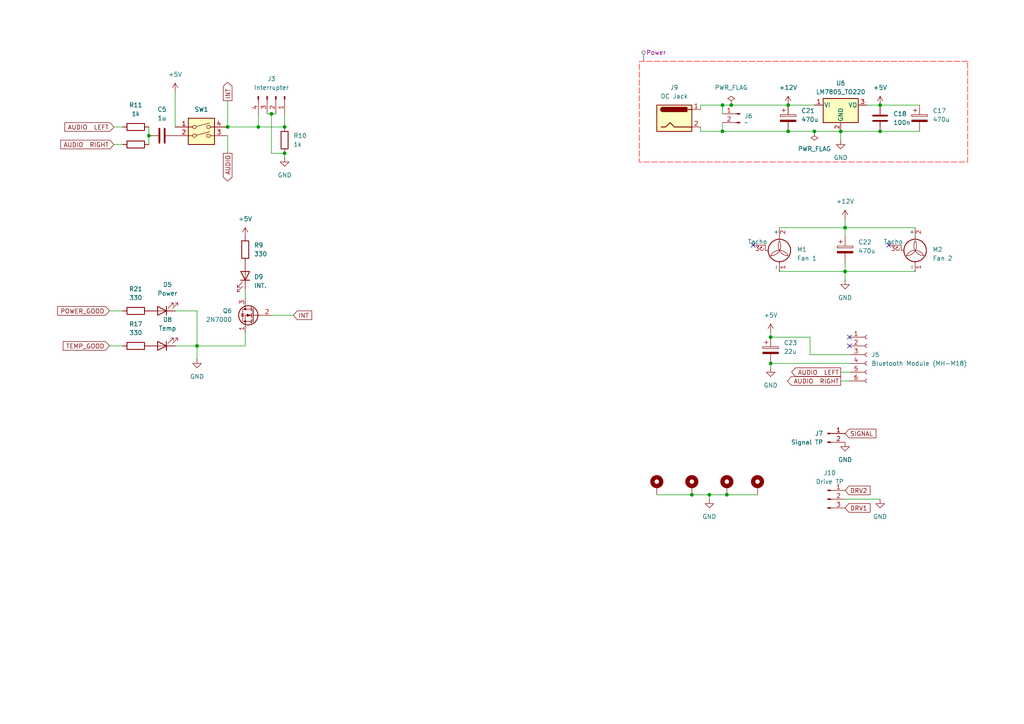
<source format=kicad_sch>
(kicad_sch (version 20250114) (generator "eeschema") (generator_version "9.0")
  (paper "A4")
  (title_block (title "HNaderi's PLL SSTC") (rev "3.1") (company "hnaderi.dev"))
  (lib_symbols
    (symbol "Connector:Conn_01x02_Pin" (pin_names (offset 1.016) (hide yes))
      (property "Reference" "J" (at 0 2.54 0))
      (property "Value" "Conn_01x02_Pin" (at 0 -5.08 0))
      (symbol "Conn_01x02_Pin_1_1"
        (rectangle (start 0.8636 0.127) (end 0 -0.127) (stroke (width 0.1524)) (fill (type outline)))
        (rectangle (start 0.8636 -2.413) (end 0 -2.667) (stroke (width 0.1524)) (fill (type outline)))
        (polyline (pts (xy 1.27 0) (xy 0.8636 0)) (stroke (width 0.1524)))
        (polyline (pts (xy 1.27 -2.54) (xy 0.8636 -2.54)) (stroke (width 0.1524)))
        (pin passive line (at 5.08 0 180) (length 3.81) (name "Pin_1") (number "1"))
        (pin passive line (at 5.08 -2.54 180) (length 3.81) (name "Pin_2") (number "2"))
      )
    )
    (symbol "Connector:Conn_01x03_Pin" (pin_names (offset 1.016) (hide yes))
      (property "Reference" "J" (at 0 5.08 0))
      (property "Value" "Conn_01x03_Pin" (at 0 -5.08 0))
      (symbol "Conn_01x03_Pin_1_1"
        (rectangle (start 0.8636 2.667) (end 0 2.413) (stroke (width 0.1524)) (fill (type outline)))
        (rectangle (start 0.8636 0.127) (end 0 -0.127) (stroke (width 0.1524)) (fill (type outline)))
        (rectangle (start 0.8636 -2.413) (end 0 -2.667) (stroke (width 0.1524)) (fill (type outline)))
        (polyline (pts (xy 1.27 2.54) (xy 0.8636 2.54)) (stroke (width 0.1524)))
        (polyline (pts (xy 1.27 0) (xy 0.8636 0)) (stroke (width 0.1524)))
        (polyline (pts (xy 1.27 -2.54) (xy 0.8636 -2.54)) (stroke (width 0.1524)))
        (pin passive line (at 5.08 2.54 180) (length 3.81) (name "Pin_1") (number "1"))
        (pin passive line (at 5.08 0 180) (length 3.81) (name "Pin_2") (number "2"))
        (pin passive line (at 5.08 -2.54 180) (length 3.81) (name "Pin_3") (number "3"))
      )
    )
    (symbol "Connector:Conn_01x04_Pin" (pin_names (offset 1.016) (hide yes))
      (property "Reference" "J" (at 0 5.08 0))
      (property "Value" "Conn_01x04_Pin" (at 0 -7.62 0))
      (symbol "Conn_01x04_Pin_1_1"
        (rectangle (start 0.8636 2.667) (end 0 2.413) (stroke (width 0.1524)) (fill (type outline)))
        (rectangle (start 0.8636 0.127) (end 0 -0.127) (stroke (width 0.1524)) (fill (type outline)))
        (rectangle (start 0.8636 -2.413) (end 0 -2.667) (stroke (width 0.1524)) (fill (type outline)))
        (rectangle (start 0.8636 -4.953) (end 0 -5.207) (stroke (width 0.1524)) (fill (type outline)))
        (polyline (pts (xy 1.27 2.54) (xy 0.8636 2.54)) (stroke (width 0.1524)))
        (polyline (pts (xy 1.27 0) (xy 0.8636 0)) (stroke (width 0.1524)))
        (polyline (pts (xy 1.27 -2.54) (xy 0.8636 -2.54)) (stroke (width 0.1524)))
        (polyline (pts (xy 1.27 -5.08) (xy 0.8636 -5.08)) (stroke (width 0.1524)))
        (pin passive line (at 5.08 2.54 180) (length 3.81) (name "Pin_1") (number "1"))
        (pin passive line (at 5.08 0 180) (length 3.81) (name "Pin_2") (number "2"))
        (pin passive line (at 5.08 -2.54 180) (length 3.81) (name "Pin_3") (number "3"))
        (pin passive line (at 5.08 -5.08 180) (length 3.81) (name "Pin_4") (number "4"))
      )
    )
    (symbol "Connector:Conn_01x06_Socket" (pin_names (offset 1.016) (hide yes))
      (property "Reference" "J" (at 0 7.62 0))
      (property "Value" "Conn_01x06_Socket" (at 0 -10.16 0))
      (symbol "Conn_01x06_Socket_1_1"
        (polyline (pts (xy -1.27 5.08) (xy -0.508 5.08)) (stroke (width 0.1524)))
        (polyline (pts (xy -1.27 2.54) (xy -0.508 2.54)) (stroke (width 0.1524)))
        (polyline (pts (xy -1.27 0) (xy -0.508 0)) (stroke (width 0.1524)))
        (polyline (pts (xy -1.27 -2.54) (xy -0.508 -2.54)) (stroke (width 0.1524)))
        (polyline (pts (xy -1.27 -5.08) (xy -0.508 -5.08)) (stroke (width 0.1524)))
        (polyline (pts (xy -1.27 -7.62) (xy -0.508 -7.62)) (stroke (width 0.1524)))
        (arc (start 0 4.572) (mid -0.5058 5.08) (end 0 5.588) (stroke (width 0.1524)))
        (arc (start 0 2.032) (mid -0.5058 2.54) (end 0 3.048) (stroke (width 0.1524)))
        (arc (start 0 -0.508) (mid -0.5058 0) (end 0 0.508) (stroke (width 0.1524)))
        (arc (start 0 -3.048) (mid -0.5058 -2.54) (end 0 -2.032) (stroke (width 0.1524)))
        (arc (start 0 -5.588) (mid -0.5058 -5.08) (end 0 -4.572) (stroke (width 0.1524)))
        (arc (start 0 -8.128) (mid -0.5058 -7.62) (end 0 -7.112) (stroke (width 0.1524)))
        (pin passive line (at -5.08 5.08 0) (length 3.81) (name "Pin_1") (number "1"))
        (pin passive line (at -5.08 2.54 0) (length 3.81) (name "Pin_2") (number "2"))
        (pin passive line (at -5.08 0 0) (length 3.81) (name "Pin_3") (number "3"))
        (pin passive line (at -5.08 -2.54 0) (length 3.81) (name "Pin_4") (number "4"))
        (pin passive line (at -5.08 -5.08 0) (length 3.81) (name "Pin_5") (number "5"))
        (pin passive line (at -5.08 -7.62 0) (length 3.81) (name "Pin_6") (number "6"))
      )
    )
    (symbol "Connector:Jack-DC" (pin_names (offset 1.016))
      (property "Reference" "J" (at 0 5.334 0))
      (property "Value" "Jack-DC" (at 0 -5.08 0))
      (symbol "Jack-DC_0_1"
        (rectangle (start -5.08 3.81) (end 5.08 -3.81) (stroke (width 0.254)) (fill (type background)))
        (polyline (pts (xy -3.81 -2.54) (xy -2.54 -2.54) (xy -1.27 -1.27) (xy 0 -2.54) (xy 2.54 -2.54) (xy 5.08 -2.54)) (stroke (width 0.254)))
        (arc (start -3.302 1.905) (mid -3.9343 2.54) (end -3.302 3.175) (stroke (width 0.254)))
        (arc (start -3.302 1.905) (mid -3.9343 2.54) (end -3.302 3.175) (stroke (width 0.254)) (fill (type outline)))
        (rectangle (start 3.683 3.175) (end -3.302 1.905) (stroke (width 0.254)) (fill (type outline)))
        (polyline (pts (xy 5.08 2.54) (xy 3.81 2.54)) (stroke (width 0.254)))
      )
      (symbol "Jack-DC_1_1"
        (pin passive line (at 7.62 2.54 180) (length 2.54) (name "~") (number "1"))
        (pin passive line (at 7.62 -2.54 180) (length 2.54) (name "~") (number "2"))
      )
    )
    (symbol "Device:C" (pin_numbers (hide yes)) (pin_names (offset 0.254))
      (property "Reference" "C" (at 0.635 2.54 0))
      (property "Value" "C" (at 0.635 -2.54 0))
      (symbol "C_0_1"
        (polyline (pts (xy -2.032 0.762) (xy 2.032 0.762)) (stroke (width 0.508)))
        (polyline (pts (xy -2.032 -0.762) (xy 2.032 -0.762)) (stroke (width 0.508)))
      )
      (symbol "C_1_1"
        (pin passive line (at 0 3.81 270) (length 2.794) (name "~") (number "1"))
        (pin passive line (at 0 -3.81 90) (length 2.794) (name "~") (number "2"))
      )
    )
    (symbol "Device:C_Polarized" (pin_numbers (hide yes)) (pin_names (offset 0.254))
      (property "Reference" "C" (at 0.635 2.54 0))
      (property "Value" "C_Polarized" (at 0.635 -2.54 0))
      (symbol "C_Polarized_0_1"
        (rectangle (start -2.286 0.508) (end 2.286 1.016))
        (polyline (pts (xy -1.778 2.286) (xy -0.762 2.286)))
        (polyline (pts (xy -1.27 2.794) (xy -1.27 1.778)))
        (rectangle (start 2.286 -0.508) (end -2.286 -1.016) (fill (type outline)))
      )
      (symbol "C_Polarized_1_1"
        (pin passive line (at 0 3.81 270) (length 2.794) (name "~") (number "1"))
        (pin passive line (at 0 -3.81 90) (length 2.794) (name "~") (number "2"))
      )
    )
    (symbol "Device:LED" (pin_numbers (hide yes)) (pin_names (offset 1.016) (hide yes))
      (property "Reference" "D" (at 0 2.54 0))
      (property "Value" "LED" (at 0 -2.54 0))
      (symbol "LED_0_1"
        (polyline (pts (xy -3.048 -0.762) (xy -4.572 -2.286) (xy -3.81 -2.286) (xy -4.572 -2.286) (xy -4.572 -1.524)))
        (polyline (pts (xy -1.778 -0.762) (xy -3.302 -2.286) (xy -2.54 -2.286) (xy -3.302 -2.286) (xy -3.302 -1.524)))
        (polyline (pts (xy -1.27 0) (xy 1.27 0)))
        (polyline (pts (xy -1.27 -1.27) (xy -1.27 1.27)) (stroke (width 0.254)))
        (polyline (pts (xy 1.27 -1.27) (xy 1.27 1.27) (xy -1.27 0) (xy 1.27 -1.27)) (stroke (width 0.254)))
      )
      (symbol "LED_1_1"
        (pin passive line (at -3.81 0 0) (length 2.54) (name "K") (number "1"))
        (pin passive line (at 3.81 0 180) (length 2.54) (name "A") (number "2"))
      )
    )
    (symbol "Device:R" (pin_numbers (hide yes)) (pin_names (offset 0))
      (property "Reference" "R" (at 2.032 0 90))
      (property "Value" "R" (at 0 0 90))
      (symbol "R_0_1"
        (rectangle (start -1.016 -2.54) (end 1.016 2.54) (stroke (width 0.254)))
      )
      (symbol "R_1_1"
        (pin passive line (at 0 3.81 270) (length 1.27) (name "~") (number "1"))
        (pin passive line (at 0 -3.81 90) (length 1.27) (name "~") (number "2"))
      )
    )
    (symbol "Mechanical:MountingHole_Pad" (pin_numbers (hide yes)) (pin_names (offset 1.016) (hide yes)) (exclude_from_sim yes) (in_bom no)
      (property "Reference" "H" (at 0 6.35 0))
      (property "Value" "MountingHole_Pad" (at 0 4.445 0))
      (symbol "MountingHole_Pad_0_1"
        (circle (center 0 1.27) (radius 1.27) (stroke (width 1.27)))
      )
      (symbol "MountingHole_Pad_1_1"
        (pin input line (at 0 -2.54 90) (length 2.54) (name "1") (number "1"))
      )
    )
    (symbol "Motor:Fan_Tacho" (pin_names (offset 0))
      (property "Reference" "M" (at 2.54 2.54 0))
      (property "Value" "Fan_Tacho" (at 2.54 -5.08 0))
      (symbol "Fan_Tacho_0_0"
        (polyline (pts (xy -5.08 -0.508) (xy -5.334 -0.381)))
        (polyline (pts (xy -5.08 -0.508) (xy -5.207 -0.762)))
        (arc (start -4.572 -1.016) (mid -5.08 -1.5218) (end -5.588 -1.016))
        (arc (start -5.588 -1.016) (mid -5.4392 -0.6568) (end -5.08 -0.508))
        (polyline (pts (xy -4.064 0) (xy -4.064 -1.524) (xy -3.302 -1.524)))
      )
      (symbol "Fan_Tacho_0_1"
        (polyline (pts (xy -4.064 0) (xy -5.08 0)))
        (arc (start 0 1.27) (mid -0.0015 -1.6352) (end -2.54 -3.048))
        (polyline (pts (xy 0 2.032) (xy 0 2.54)))
        (polyline (pts (xy 0 1.7272) (xy 0 2.0828)))
        (circle (center 0 -1.524) (radius 3.2512) (stroke (width 0.254)))
        (arc (start -2.54 -3.048) (mid 0 -1.4782) (end 2.54 -3.048))
        (polyline (pts (xy 0 -4.7752) (xy 0 -5.1816)))
        (polyline (pts (xy 0 -7.62) (xy 0 -7.112)))
        (arc (start 2.54 -3.048) (mid 0.047 -1.6085) (end 0 1.27))
      )
      (symbol "Fan_Tacho_1_1"
        (pin passive line (at -7.62 0 0) (length 2.54) (name "Tacho") (number "3"))
        (pin passive line (at 0 5.08 270) (length 2.54) (name "+") (number "2"))
        (pin passive line (at 0 -7.62 90) (length 2.54) (name "-") (number "1"))
      )
    )
    (symbol "Regulator_Linear:LM7805_TO220" (pin_names (offset 0.254))
      (property "Reference" "U" (at -3.81 3.175 0))
      (property "Value" "LM7805_TO220" (at 0 3.175 0))
      (symbol "LM7805_TO220_0_1"
        (rectangle (start -5.08 1.905) (end 5.08 -5.08) (stroke (width 0.254)) (fill (type background)))
      )
      (symbol "LM7805_TO220_1_1"
        (pin power_in line (at -7.62 0 0) (length 2.54) (name "VI") (number "1"))
        (pin power_in line (at 0 -7.62 90) (length 2.54) (name "GND") (number "2"))
        (pin power_out line (at 7.62 0 180) (length 2.54) (name "VO") (number "3"))
      )
    )
    (symbol "Switch:SW_DIP_x02" (pin_names (offset 0) (hide yes))
      (property "Reference" "SW" (at 0 6.35 0))
      (property "Value" "SW_DIP_x02" (at 0 -3.81 0))
      (symbol "SW_DIP_x02_0_0"
        (circle (center -2.032 2.54) (radius 0.508))
        (circle (center -2.032 0) (radius 0.508))
        (polyline (pts (xy -1.524 2.667) (xy 2.3622 3.7084)))
        (polyline (pts (xy -1.524 0.127) (xy 2.3622 1.1684)))
        (circle (center 2.032 2.54) (radius 0.508))
        (circle (center 2.032 0) (radius 0.508))
      )
      (symbol "SW_DIP_x02_0_1"
        (rectangle (start -3.81 5.08) (end 3.81 -2.54) (stroke (width 0.254)) (fill (type background)))
      )
      (symbol "SW_DIP_x02_1_1"
        (pin passive line (at -7.62 2.54 0) (length 5.08) (name "~") (number "1"))
        (pin passive line (at -7.62 0 0) (length 5.08) (name "~") (number "2"))
        (pin passive line (at 7.62 2.54 180) (length 5.08) (name "~") (number "4"))
        (pin passive line (at 7.62 0 180) (length 5.08) (name "~") (number "3"))
      )
    )
    (symbol "Transistor_FET:2N7000" (pin_names (hide yes))
      (property "Reference" "Q" (at 5.08 1.905 0))
      (property "Value" "2N7000" (at 5.08 0 0))
      (symbol "2N7000_0_1"
        (polyline (pts (xy 0.254 1.905) (xy 0.254 -1.905)) (stroke (width 0.254)))
        (polyline (pts (xy 0.254 0) (xy -2.54 0)))
        (polyline (pts (xy 0.762 2.286) (xy 0.762 1.27)) (stroke (width 0.254)))
        (polyline (pts (xy 0.762 0.508) (xy 0.762 -0.508)) (stroke (width 0.254)))
        (polyline (pts (xy 0.762 -1.27) (xy 0.762 -2.286)) (stroke (width 0.254)))
        (polyline (pts (xy 0.762 -1.778) (xy 3.302 -1.778) (xy 3.302 1.778) (xy 0.762 1.778)))
        (polyline (pts (xy 1.016 0) (xy 2.032 0.381) (xy 2.032 -0.381) (xy 1.016 0)) (fill (type outline)))
        (circle (center 1.651 0) (radius 2.794) (stroke (width 0.254)))
        (polyline (pts (xy 2.54 2.54) (xy 2.54 1.778)))
        (circle (center 2.54 1.778) (radius 0.254) (fill (type outline)))
        (circle (center 2.54 -1.778) (radius 0.254) (fill (type outline)))
        (polyline (pts (xy 2.54 -2.54) (xy 2.54 0) (xy 0.762 0)))
        (polyline (pts (xy 2.794 0.508) (xy 2.921 0.381) (xy 3.683 0.381) (xy 3.81 0.254)))
        (polyline (pts (xy 3.302 0.381) (xy 2.921 -0.254) (xy 3.683 -0.254) (xy 3.302 0.381)))
      )
      (symbol "2N7000_1_1"
        (pin input line (at -5.08 0 0) (length 2.54) (name "G") (number "2"))
        (pin passive line (at 2.54 5.08 270) (length 2.54) (name "D") (number "3"))
        (pin passive line (at 2.54 -5.08 90) (length 2.54) (name "S") (number "1"))
      )
    )
    (symbol "power:+12V" (power) (pin_numbers (hide yes)) (pin_names (offset 0) (hide yes))
      (property "Value" "+12V" (at 0 3.556 0))
      (symbol "+12V_0_1"
        (polyline (pts (xy -0.762 1.27) (xy 0 2.54)))
        (polyline (pts (xy 0 2.54) (xy 0.762 1.27)))
        (polyline (pts (xy 0 0) (xy 0 2.54)))
      )
      (symbol "+12V_1_1"
        (pin power_in line (at 0 0 90) (length 0) (name "~") (number "1"))
      )
    )
    (symbol "power:+5V" (power) (pin_numbers (hide yes)) (pin_names (offset 0) (hide yes))
      (property "Value" "+5V" (at 0 3.556 0))
      (symbol "+5V_0_1"
        (polyline (pts (xy -0.762 1.27) (xy 0 2.54)))
        (polyline (pts (xy 0 2.54) (xy 0.762 1.27)))
        (polyline (pts (xy 0 0) (xy 0 2.54)))
      )
      (symbol "+5V_1_1"
        (pin power_in line (at 0 0 90) (length 0) (name "~") (number "1"))
      )
    )
    (symbol "power:GND" (power) (pin_numbers (hide yes)) (pin_names (offset 0) (hide yes))
      (property "Value" "GND" (at 0 -3.81 0))
      (symbol "GND_0_1"
        (polyline (pts (xy 0 0) (xy 0 -1.27) (xy 1.27 -1.27) (xy 0 -2.54) (xy -1.27 -1.27) (xy 0 -1.27)))
      )
      (symbol "GND_1_1"
        (pin power_in line (at 0 0 270) (length 0) (name "~") (number "1"))
      )
    )
    (symbol "power:PWR_FLAG" (power) (pin_numbers (hide yes)) (pin_names (offset 0) (hide yes))
      (property "Value" "PWR_FLAG" (at 0 3.81 0))
      (symbol "PWR_FLAG_0_0"
        (pin power_out line (at 0 0 90) (length 0) (name "~") (number "1"))
      )
      (symbol "PWR_FLAG_0_1"
        (polyline (pts (xy 0 0) (xy 0 1.27) (xy -1.016 1.905) (xy 0 2.54) (xy 1.016 1.905) (xy 0 1.27)))
      )
    )
  )
  (junction (at 82.55 36.83))
  (junction (at 209.55 38.1))
  (junction (at 228.6 30.48))
  (junction (at 57.15 100.33))
  (junction (at 82.55 44.45))
  (junction (at 205.74 143.51))
  (junction (at 212.09 30.48))
  (junction (at 210.82 143.51))
  (junction (at 245.11 66.04))
  (junction (at 66.04 36.83))
  (junction (at 236.22 38.1))
  (junction (at 228.6 38.1))
  (junction (at 255.27 30.48))
  (junction (at 78.74 33.02))
  (junction (at 209.55 30.48))
  (junction (at 245.11 78.74))
  (junction (at 200.66 143.51))
  (junction (at 43.18 39.37))
  (junction (at 74.93 36.83))
  (junction (at 243.84 38.1))
  (junction (at 255.27 38.1))
  (junction (at 223.52 97.79))
  (junction (at 223.52 105.41))
  (no_connect (at 257.81 71.12))
  (no_connect (at 246.38 100.33))
  (no_connect (at 246.38 97.79))
  (no_connect (at 218.44 71.12))
  (wire (pts (xy 203.2 38.1) (xy 203.2 36.83)))
  (wire (pts (xy 71.12 83.82) (xy 71.12 86.36)))
  (wire (pts (xy 245.11 66.04) (xy 265.43 66.04)))
  (wire (pts (xy 203.2 30.48) (xy 209.55 30.48)))
  (wire (pts (xy 80.01 33.02) (xy 78.74 33.02)))
  (wire (pts (xy 245.11 76.2) (xy 245.11 78.74)))
  (wire (pts (xy 255.27 30.48) (xy 266.7 30.48)))
  (wire (pts (xy 209.55 35.56) (xy 209.55 38.1)))
  (wire (pts (xy 82.55 44.45) (xy 78.74 44.45)))
  (wire (pts (xy 66.04 29.21) (xy 66.04 36.83)))
  (wire (pts (xy 236.22 38.1) (xy 243.84 38.1)))
  (wire (pts (xy 209.55 38.1) (xy 228.6 38.1)))
  (wire (pts (xy 43.18 39.37) (xy 43.18 41.91)))
  (wire (pts (xy 205.74 143.51) (xy 210.82 143.51)))
  (wire (pts (xy 66.04 44.45) (xy 66.04 39.37)))
  (wire (pts (xy 255.27 38.1) (xy 266.7 38.1)))
  (wire (pts (xy 234.95 97.79) (xy 234.95 102.87)))
  (wire (pts (xy 223.52 97.79) (xy 234.95 97.79)))
  (wire (pts (xy 78.74 33.02) (xy 77.47 33.02)))
  (wire (pts (xy 228.6 30.48) (xy 236.22 30.48)))
  (wire (pts (xy 255.27 30.48) (xy 251.46 30.48)))
  (wire (pts (xy 66.04 36.83) (xy 74.93 36.83)))
  (wire (pts (xy 243.84 40.64) (xy 243.84 38.1)))
  (wire (pts (xy 245.11 78.74) (xy 265.43 78.74)))
  (wire (pts (xy 209.55 30.48) (xy 209.55 33.02)))
  (wire (pts (xy 85.09 91.44) (xy 78.74 91.44)))
  (wire (pts (xy 203.2 30.48) (xy 203.2 31.75)))
  (wire (pts (xy 234.95 102.87) (xy 246.38 102.87)))
  (wire (pts (xy 57.15 100.33) (xy 57.15 90.17)))
  (wire (pts (xy 223.52 96.52) (xy 223.52 97.79)))
  (wire (pts (xy 50.8 26.67) (xy 50.8 36.83)))
  (wire (pts (xy 71.12 96.52) (xy 71.12 100.33)))
  (wire (pts (xy 43.18 36.83) (xy 43.18 39.37)))
  (wire (pts (xy 74.93 36.83) (xy 82.55 36.83)))
  (wire (pts (xy 205.74 143.51) (xy 205.74 144.78)))
  (wire (pts (xy 226.06 66.04) (xy 245.11 66.04)))
  (wire (pts (xy 209.55 30.48) (xy 212.09 30.48)))
  (wire (pts (xy 223.52 106.68) (xy 223.52 105.41)))
  (wire (pts (xy 223.52 105.41) (xy 246.38 105.41)))
  (wire (pts (xy 255.27 144.78) (xy 245.11 144.78)))
  (wire (pts (xy 212.09 30.48) (xy 228.6 30.48)))
  (wire (pts (xy 31.75 90.17) (xy 35.56 90.17)))
  (wire (pts (xy 243.84 107.95) (xy 246.38 107.95)))
  (wire (pts (xy 245.11 63.5) (xy 245.11 66.04)))
  (wire (pts (xy 78.74 44.45) (xy 78.74 33.02)))
  (wire (pts (xy 57.15 100.33) (xy 57.15 104.14)))
  (wire (pts (xy 226.06 78.74) (xy 245.11 78.74)))
  (wire (pts (xy 33.02 36.83) (xy 35.56 36.83)))
  (wire (pts (xy 31.75 100.33) (xy 35.56 100.33)))
  (wire (pts (xy 82.55 33.02) (xy 82.55 36.83)))
  (wire (pts (xy 245.11 81.28) (xy 245.11 78.74)))
  (wire (pts (xy 82.55 44.45) (xy 82.55 45.72)))
  (wire (pts (xy 210.82 143.51) (xy 219.71 143.51)))
  (wire (pts (xy 245.11 68.58) (xy 245.11 66.04)))
  (wire (pts (xy 50.8 90.17) (xy 57.15 90.17)))
  (wire (pts (xy 243.84 110.49) (xy 246.38 110.49)))
  (wire (pts (xy 50.8 100.33) (xy 57.15 100.33)))
  (wire (pts (xy 228.6 38.1) (xy 236.22 38.1)))
  (wire (pts (xy 190.5 143.51) (xy 200.66 143.51)))
  (wire (pts (xy 203.2 38.1) (xy 209.55 38.1)))
  (wire (pts (xy 33.02 41.91) (xy 35.56 41.91)))
  (wire (pts (xy 74.93 36.83) (xy 74.93 33.02)))
  (wire (pts (xy 243.84 38.1) (xy 255.27 38.1)))
  (wire (pts (xy 200.66 143.51) (xy 205.74 143.51)))
  (wire (pts (xy 57.15 100.33) (xy 71.12 100.33)))
  (global_label "DRV1" (shape input) (at 245.11 147.32 0) (property "Intersheetrefs" "${INTERSHEET_REFS}" (effects (hide yes))))
  (global_label "SIGNAL" (shape input) (at 245.11 125.73 0) (property "Intersheetrefs" "${INTERSHEET_REFS}" (effects (hide yes))))
  (global_label "TEMP_GOOD" (shape input) (at 31.75 100.33 180) (property "Intersheetrefs" "${INTERSHEET_REFS}" (effects (hide yes))))
  (global_label "AUDIO  LEFT" (shape output) (at 243.84 107.95 180) (property "Intersheetrefs" "${INTERSHEET_REFS}" (effects (hide yes))))
  (global_label "AUDIO  LEFT" (shape input) (at 33.02 36.83 180) (property "Intersheetrefs" "${INTERSHEET_REFS}" (effects (hide yes))))
  (global_label "POWER_GOOD" (shape input) (at 31.75 90.17 180) (property "Intersheetrefs" "${INTERSHEET_REFS}" (effects (hide yes))))
  (global_label "DRV2" (shape input) (at 245.11 142.24 0) (property "Intersheetrefs" "${INTERSHEET_REFS}" (effects (hide yes))))
  (global_label "INT" (shape input) (at 85.09 91.44 0) (property "Intersheetrefs" "${INTERSHEET_REFS}" (effects (hide yes))))
  (global_label "INT" (shape output) (at 66.04 29.21 90) (property "Intersheetrefs" "${INTERSHEET_REFS}" (effects (hide yes))))
  (global_label "AUDIO  RIGHT" (shape input) (at 33.02 41.91 180) (property "Intersheetrefs" "${INTERSHEET_REFS}" (effects (hide yes))))
  (global_label "AUDIO" (shape output) (at 66.04 44.45 270) (property "Intersheetrefs" "${INTERSHEET_REFS}" (effects (hide yes))))
  (global_label "AUDIO  RIGHT" (shape output) (at 243.84 110.49 180) (property "Intersheetrefs" "${INTERSHEET_REFS}" (effects (hide yes))))
  (rule_area (polyline (pts (xy 280.67 17.78) (xy 185.42 17.78) (xy 185.42 46.99) (xy 280.67 46.99)) (stroke (width 0) (type dash))))
  (netclass_flag "" (length 2.54) (shape round) (at 186.69 17.78 0) (property "Netclass" "Power" (at 187.3885 15.24 0) (effects (justify left))))
  (symbol (lib_id "power:GND") (at 57.15 104.14 0) (unit 1)
    (property "Reference" "#PWR042" (effects (hide yes)))
    (property "Value" "GND" (at 57.15 109.22 0))
    (property "Description" "Power symbol creates a global label with name \"GND\" , ground" (effects (hide yes)))
  )
  (symbol (lib_id "Device:LED") (at 46.99 100.33 180) (unit 1)
    (property "Reference" "D8" (at 48.5775 92.71 0))
    (property "Value" "Temp" (at 48.5775 95.25 0))
    (property "Footprint" "LED_THT:LED_D5.0mm" (effects (hide yes)))
    (property "Description" "Light emitting diode" (effects (hide yes)))
    (property "Sim.Pins" "1=K 2=A" (effects (hide yes)))
  )
  (symbol (lib_id "Connector:Conn_01x04_Pin") (at 80.01 27.94 270) (unit 1)
    (property "Reference" "J3" (at 78.74 22.86 90))
    (property "Value" "Interrupter" (at 78.74 25.4 90))
    (property "Footprint" "Connector_PinHeader_2.54mm:PinHeader_1x04_P2.54mm_Vertical" (effects (hide yes)))
    (property "Description" "Generic connector, single row, 01x04, script generated" (effects (hide yes)))
  )
  (symbol (lib_id "power:GND") (at 255.27 144.78 0) (unit 1)
    (property "Reference" "#PWR045" (effects (hide yes)))
    (property "Value" "GND" (at 255.27 149.86 0))
    (property "Description" "Power symbol creates a global label with name \"GND\" , ground" (effects (hide yes)))
  )
  (symbol (lib_id "Device:R") (at 39.37 41.91 90) (unit 1)
    (property "Reference" "R12" (effects (hide yes)))
    (property "Value" "1k" (effects (hide yes)))
    (property "Footprint" "Resistor_THT:R_Axial_DIN0207_L6.3mm_D2.5mm_P2.54mm_Vertical" (effects (hide yes)))
    (property "Description" "Resistor" (effects (hide yes)))
  )
  (symbol (lib_id "Device:C_Polarized") (at 245.11 72.39 0) (unit 1)
    (property "Reference" "C22" (at 248.92 70.2309 0) (effects (justify left)))
    (property "Value" "470u" (at 248.92 72.7709 0) (effects (justify left)))
    (property "Footprint" "Capacitor_THT:CP_Radial_D10.0mm_P2.50mm" (effects (hide yes)))
    (property "Description" "Polarized capacitor" (effects (hide yes)))
  )
  (symbol (lib_id "Device:R") (at 39.37 36.83 90) (unit 1)
    (property "Reference" "R11" (at 39.37 30.48 90))
    (property "Value" "1k" (at 39.37 33.02 90))
    (property "Footprint" "Resistor_THT:R_Axial_DIN0207_L6.3mm_D2.5mm_P2.54mm_Vertical" (effects (hide yes)))
    (property "Description" "Resistor" (effects (hide yes)))
  )
  (symbol (lib_id "Device:C_Polarized") (at 266.7 34.29 0) (unit 1)
    (property "Reference" "C17" (at 270.51 32.1309 0) (effects (justify left)))
    (property "Value" "470u" (at 270.51 34.6709 0) (effects (justify left)))
    (property "Footprint" "Capacitor_THT:CP_Radial_D10.0mm_P2.50mm" (effects (hide yes)))
    (property "Description" "Polarized capacitor" (effects (hide yes)))
  )
  (symbol (lib_id "Motor:Fan_Tacho") (at 265.43 71.12 0) (unit 1)
    (property "Reference" "M2" (at 270.51 72.3899 0) (effects (justify left)))
    (property "Value" "Fan 2" (at 270.51 74.9299 0) (effects (justify left)))
    (property "Footprint" "Connector:FanPinHeader_1x03_P2.54mm_Vertical" (effects (hide yes)))
    (property "Datasheet" "http://www.hardwarecanucks.com/forum/attachments/new-builds/16287d1330775095-help-chassis-power-fan-connectors-motherboard-asus_p8z68.jpg" (effects (hide yes)))
    (property "Description" "Fan, tacho output, 3-pin connector" (effects (hide yes)))
  )
  (symbol (lib_id "Motor:Fan_Tacho") (at 226.06 71.12 0) (unit 1)
    (property "Reference" "M1" (at 231.14 72.3899 0) (effects (justify left)))
    (property "Value" "Fan 1" (at 231.14 74.9299 0) (effects (justify left)))
    (property "Footprint" "Connector:FanPinHeader_1x03_P2.54mm_Vertical" (effects (hide yes)))
    (property "Datasheet" "http://www.hardwarecanucks.com/forum/attachments/new-builds/16287d1330775095-help-chassis-power-fan-connectors-motherboard-asus_p8z68.jpg" (effects (hide yes)))
    (property "Description" "Fan, tacho output, 3-pin connector" (effects (hide yes)))
  )
  (symbol (lib_id "Regulator_Linear:LM7805_TO220") (at 243.84 30.48 0) (unit 1)
    (property "Reference" "U6" (at 243.84 24.13 0))
    (property "Value" "LM7805_TO220" (at 243.84 26.67 0))
    (property "Footprint" "Package_TO_SOT_THT:TO-220-3_Vertical" (effects (hide yes)))
    (property "Datasheet" "https://www.onsemi.cn/PowerSolutions/document/MC7800-D.PDF" (effects (hide yes)))
    (property "Description" "Positive 1A 35V Linear Regulator, Fixed Output 5V, TO-220" (effects (hide yes)))
  )
  (symbol (lib_id "power:+5V") (at 223.52 96.52 0) (unit 1)
    (property "Reference" "#PWR010" (effects (hide yes)))
    (property "Value" "+5V" (at 223.52 91.44 0))
    (property "Description" "Power symbol creates a global label with name \"+5V\"" (effects (hide yes)))
  )
  (symbol (lib_id "power:+5V") (at 71.12 68.58 0) (mirror y) (unit 1)
    (property "Reference" "#PWR043" (effects (hide yes)))
    (property "Value" "+5V" (at 71.12 63.5 0))
    (property "Description" "Power symbol creates a global label with name \"+5V\"" (effects (hide yes)))
  )
  (symbol (lib_id "Connector:Conn_01x06_Socket") (at 251.46 102.87 0) (unit 1)
    (property "Reference" "J5" (at 252.73 102.8699 0) (effects (justify left)))
    (property "Value" "Bluetooth Module (MH-M18)" (at 252.73 105.4099 0) (effects (justify left)))
    (property "Footprint" "Connector_PinHeader_2.54mm:PinHeader_1x06_P2.54mm_Vertical" (effects (hide yes)))
    (property "Description" "Generic connector, single row, 01x06, script generated" (effects (hide yes)))
  )
  (symbol (lib_id "power:+5V") (at 255.27 30.48 0) (unit 1)
    (property "Reference" "#PWR041" (effects (hide yes)))
    (property "Value" "+5V" (at 255.27 25.4 0))
    (property "Description" "Power symbol creates a global label with name \"+5V\"" (effects (hide yes)))
  )
  (symbol (lib_id "Switch:SW_DIP_x02") (at 58.42 39.37 0) (unit 1)
    (property "Reference" "SW1" (at 58.42 31.75 0))
    (property "Value" "~" (at 58.42 31.75 0))
    (property "Footprint" "Button_Switch_THT:SW_DIP_SPSTx02_Slide_6.7x6.64mm_W7.62mm_P2.54mm_LowProfile" (effects (hide yes)))
    (property "Description" "2x DIP Switch, Single Pole Single Throw (SPST) switch, small symbol" (effects (hide yes)))
  )
  (symbol (lib_id "power:PWR_FLAG") (at 236.22 38.1 0) (mirror x) (unit 1)
    (property "Reference" "#FLG01" (effects (hide yes)))
    (property "Value" "PWR_FLAG" (at 236.22 43.18 0))
    (property "Description" "Special symbol for telling ERC where power comes from" (effects (hide yes)))
  )
  (symbol (lib_id "Device:LED") (at 71.12 80.01 270) (mirror x) (unit 1)
    (property "Reference" "D9" (at 73.66 80.3274 90) (effects (justify left)))
    (property "Value" "INT." (at 73.66 82.8674 90) (effects (justify left)))
    (property "Footprint" "LED_THT:LED_D5.0mm" (effects (hide yes)))
    (property "Description" "Light emitting diode" (effects (hide yes)))
    (property "Sim.Pins" "1=K 2=A" (effects (hide yes)))
  )
  (symbol (lib_id "Device:C_Polarized") (at 228.6 34.29 0) (unit 1)
    (property "Reference" "C21" (at 232.41 32.1309 0) (effects (justify left)))
    (property "Value" "470u" (at 232.41 34.6709 0) (effects (justify left)))
    (property "Footprint" "Capacitor_THT:CP_Radial_D10.0mm_P2.50mm" (effects (hide yes)))
    (property "Description" "Polarized capacitor" (effects (hide yes)))
  )
  (symbol (lib_id "power:GND") (at 245.11 128.27 0) (unit 1)
    (property "Reference" "#PWR044" (effects (hide yes)))
    (property "Value" "GND" (at 245.11 133.35 0))
    (property "Description" "Power symbol creates a global label with name \"GND\" , ground" (effects (hide yes)))
  )
  (symbol (lib_id "power:PWR_FLAG") (at 212.09 30.48 0) (unit 1)
    (property "Reference" "#FLG02" (effects (hide yes)))
    (property "Value" "PWR_FLAG" (at 212.09 25.4 0))
    (property "Description" "Special symbol for telling ERC where power comes from" (effects (hide yes)))
  )
  (symbol (lib_id "Device:LED") (at 46.99 90.17 180) (unit 1)
    (property "Reference" "D5" (at 48.5775 82.55 0))
    (property "Value" "Power" (at 48.5775 85.09 0))
    (property "Footprint" "LED_THT:LED_D5.0mm" (effects (hide yes)))
    (property "Description" "Light emitting diode" (effects (hide yes)))
    (property "Sim.Pins" "1=K 2=A" (effects (hide yes)))
  )
  (symbol (lib_id "power:GND") (at 243.84 40.64 0) (unit 1)
    (property "Reference" "#PWR039" (effects (hide yes)))
    (property "Value" "GND" (at 243.84 45.72 0))
    (property "Description" "Power symbol creates a global label with name \"GND\" , ground" (effects (hide yes)))
  )
  (symbol (lib_id "Connector:Conn_01x02_Pin") (at 240.03 125.73 0) (unit 1)
    (property "Reference" "J7" (at 238.76 125.7299 0) (effects (justify right)))
    (property "Value" "Signal TP" (at 238.76 128.2699 0) (effects (justify right)))
    (property "Footprint" "Connector_PinHeader_2.54mm:PinHeader_1x02_P2.54mm_Vertical" (effects (hide yes)))
    (property "Description" "Generic connector, single row, 01x02, script generated" (effects (hide yes)))
  )
  (symbol (lib_id "Mechanical:MountingHole_Pad") (at 210.82 140.97 0) (unit 1) (in_bom no)
    (property "Reference" "H2" (effects (hide yes)))
    (property "Value" "Body" (effects (hide yes)))
    (property "Footprint" "MountingHole:MountingHole_3.2mm_M3_DIN965_Pad_TopBottom" (effects (hide yes)))
    (property "Description" "Mounting Hole with connection" (effects (hide yes)))
  )
  (symbol (lib_id "Mechanical:MountingHole_Pad") (at 200.66 140.97 0) (unit 1) (in_bom no)
    (property "Reference" "H3" (effects (hide yes)))
    (property "Value" "Body" (effects (hide yes)))
    (property "Footprint" "MountingHole:MountingHole_3.2mm_M3_DIN965_Pad_TopBottom" (effects (hide yes)))
    (property "Description" "Mounting Hole with connection" (effects (hide yes)))
  )
  (symbol (lib_id "power:GND") (at 223.52 106.68 0) (unit 1)
    (property "Reference" "#PWR08" (effects (hide yes)))
    (property "Value" "GND" (at 223.52 111.76 0))
    (property "Description" "Power symbol creates a global label with name \"GND\" , ground" (effects (hide yes)))
  )
  (symbol (lib_id "power:GND") (at 205.74 144.78 0) (unit 1)
    (property "Reference" "#PWR051" (effects (hide yes)))
    (property "Value" "GND" (at 205.74 149.86 0))
    (property "Description" "Power symbol creates a global label with name \"GND\" , ground" (effects (hide yes)))
  )
  (symbol (lib_id "Device:C") (at 255.27 34.29 0) (unit 1)
    (property "Reference" "C18" (at 259.08 33.0199 0) (effects (justify left)))
    (property "Value" "100n" (at 259.08 35.5599 0) (effects (justify left)))
    (property "Footprint" "Capacitor_THT:C_Disc_D4.7mm_W2.5mm_P5.00mm" (effects (hide yes)))
    (property "Description" "Unpolarized capacitor" (effects (hide yes)))
  )
  (symbol (lib_id "Device:R") (at 71.12 72.39 0) (unit 1)
    (property "Reference" "R9" (at 73.66 71.1199 0) (effects (justify left)))
    (property "Value" "330" (at 73.66 73.6599 0) (effects (justify left)))
    (property "Footprint" "Resistor_THT:R_Axial_DIN0207_L6.3mm_D2.5mm_P2.54mm_Vertical" (effects (hide yes)))
    (property "Description" "Resistor" (effects (hide yes)))
  )
  (symbol (lib_id "power:+12V") (at 228.6 30.48 0) (unit 1)
    (property "Reference" "#PWR038" (effects (hide yes)))
    (property "Value" "+12V" (at 228.6 25.4 0))
    (property "Description" "Power symbol creates a global label with name \"+12V\"" (effects (hide yes)))
  )
  (symbol (lib_id "power:+12V") (at 245.11 63.5 0) (unit 1)
    (property "Reference" "#PWR036" (effects (hide yes)))
    (property "Value" "+12V" (at 245.11 58.42 0))
    (property "Description" "Power symbol creates a global label with name \"+12V\"" (effects (hide yes)))
  )
  (symbol (lib_id "Device:R") (at 39.37 100.33 90) (mirror x) (unit 1)
    (property "Reference" "R17" (at 39.37 93.98 90))
    (property "Value" "330" (at 39.37 96.52 90))
    (property "Footprint" "Resistor_THT:R_Axial_DIN0207_L6.3mm_D2.5mm_P2.54mm_Vertical" (effects (hide yes)))
    (property "Description" "Resistor" (effects (hide yes)))
  )
  (symbol (lib_id "Device:R") (at 39.37 90.17 90) (mirror x) (unit 1)
    (property "Reference" "R21" (at 39.37 83.82 90))
    (property "Value" "330" (at 39.37 86.36 90))
    (property "Footprint" "Resistor_THT:R_Axial_DIN0207_L6.3mm_D2.5mm_P2.54mm_Vertical" (effects (hide yes)))
    (property "Description" "Resistor" (effects (hide yes)))
  )
  (symbol (lib_id "Device:C_Polarized") (at 223.52 101.6 0) (unit 1)
    (property "Reference" "C23" (at 227.33 99.4409 0) (effects (justify left)))
    (property "Value" "22u" (at 227.33 101.9809 0) (effects (justify left)))
    (property "Footprint" "Capacitor_THT:C_Disc_D3.0mm_W2.0mm_P2.50mm" (effects (hide yes)))
    (property "Description" "Polarized capacitor" (effects (hide yes)))
  )
  (symbol (lib_id "power:GND") (at 82.55 45.72 0) (unit 1)
    (property "Reference" "#PWR014" (effects (hide yes)))
    (property "Value" "GND" (at 82.55 50.8 0))
    (property "Description" "Power symbol creates a global label with name \"GND\" , ground" (effects (hide yes)))
  )
  (symbol (lib_id "Transistor_FET:2N7000") (at 73.66 91.44 0) (mirror y) (unit 1)
    (property "Reference" "Q6" (at 67.31 90.1699 0) (effects (justify left)))
    (property "Value" "2N7000" (at 67.31 92.7099 0) (effects (justify left)))
    (property "Footprint" "Package_TO_SOT_THT:TO-92_Inline" (effects (hide yes)))
    (property "Datasheet" "https://www.vishay.com/docs/70226/70226.pdf" (effects (hide yes)))
    (property "Description" "0.2A Id, 200V Vds, N-Channel MOSFET, 2.6V Logic Level, TO-92" (effects (hide yes)))
  )
  (symbol (lib_id "power:+5V") (at 50.8 26.67 0) (unit 1)
    (property "Reference" "#PWR049" (effects (hide yes)))
    (property "Value" "+5V" (at 50.8 21.59 0))
    (property "Description" "Power symbol creates a global label with name \"+5V\"" (effects (hide yes)))
  )
  (symbol (lib_id "Connector:Conn_01x02_Pin") (at 214.63 33.02 0) (mirror y) (unit 1)
    (property "Reference" "J6" (at 215.9 33.6549 0) (effects (justify right)))
    (property "Value" "~" (at 215.9 35.56 0) (effects (justify right)))
    (property "Footprint" "Connector_JST:JST_XH_B2B-XH-A_1x02_P2.50mm_Vertical" (effects (hide yes)))
    (property "Description" "Generic connector, single row, 01x02, script generated" (effects (hide yes)))
  )
  (symbol (lib_id "Connector:Jack-DC") (at 195.58 34.29 0) (unit 1)
    (property "Reference" "J9" (at 195.58 25.4 0))
    (property "Value" "DC Jack" (at 195.58 27.94 0))
    (property "Footprint" "Connector_BarrelJack:BarrelJack_Horizontal" (effects (hide yes)))
    (property "Description" "DC Barrel Jack" (effects (hide yes)))
  )
  (symbol (lib_id "power:GND") (at 245.11 81.28 0) (unit 1)
    (property "Reference" "#PWR026" (effects (hide yes)))
    (property "Value" "GND" (at 245.11 86.36 0))
    (property "Description" "Power symbol creates a global label with name \"GND\" , ground" (effects (hide yes)))
  )
  (symbol (lib_id "Connector:Conn_01x03_Pin") (at 240.03 144.78 0) (unit 1)
    (property "Reference" "J10" (at 240.665 137.16 0))
    (property "Value" "Drive TP" (at 240.665 139.7 0))
    (property "Footprint" "Connector_PinHeader_2.54mm:PinHeader_1x03_P2.54mm_Vertical" (effects (hide yes)))
    (property "Description" "Generic connector, single row, 01x03, script generated" (effects (hide yes)))
  )
  (symbol (lib_id "Device:R") (at 82.55 40.64 0) (unit 1)
    (property "Reference" "R10" (at 85.09 39.3699 0) (effects (justify left)))
    (property "Value" "1k" (at 85.09 41.9099 0) (effects (justify left)))
    (property "Footprint" "Resistor_THT:R_Axial_DIN0207_L6.3mm_D2.5mm_P2.54mm_Vertical" (effects (hide yes)))
    (property "Description" "Resistor" (effects (hide yes)))
  )
  (symbol (lib_id "Mechanical:MountingHole_Pad") (at 190.5 140.97 0) (unit 1) (in_bom no)
    (property "Reference" "H4" (effects (hide yes)))
    (property "Value" "Body" (effects (hide yes)))
    (property "Footprint" "MountingHole:MountingHole_3.2mm_M3_DIN965_Pad_TopBottom" (effects (hide yes)))
    (property "Description" "Mounting Hole with connection" (effects (hide yes)))
  )
  (symbol (lib_id "Device:C") (at 46.99 39.37 270) (unit 1)
    (property "Reference" "C5" (at 46.99 31.75 90))
    (property "Value" "1u" (at 46.99 34.29 90))
    (property "Footprint" "Capacitor_THT:C_Disc_D4.7mm_W2.5mm_P5.00mm" (effects (hide yes)))
    (property "Description" "Unpolarized capacitor" (effects (hide yes)))
  )
  (symbol (lib_id "Mechanical:MountingHole_Pad") (at 219.71 140.97 0) (unit 1) (in_bom no)
    (property "Reference" "H1" (effects (hide yes)))
    (property "Value" "Body" (effects (hide yes)))
    (property "Footprint" "MountingHole:MountingHole_3.2mm_M3_DIN965_Pad_TopBottom" (effects (hide yes)))
    (property "Description" "Mounting Hole with connection" (effects (hide yes)))
  )
)
</source>
